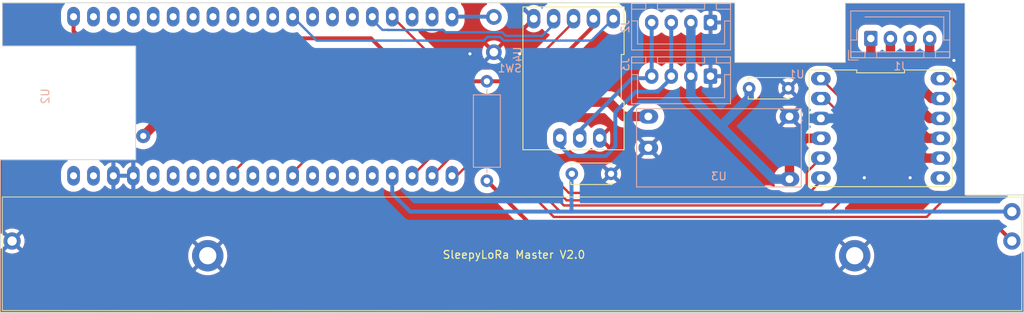
<source format=kicad_pcb>
(kicad_pcb (version 20221018) (generator pcbnew)
  (layers (0 "F.Cu" signal) (31 "B.Cu" signal) (34 "B.Paste" user) (35 "F.Paste" user) (36 "B.SilkS" user "B.Silkscreen") (37 "F.SilkS" user "F.Silkscreen") (38 "B.Mask" user) (39 "F.Mask" user) (44 "Edge.Cuts" user))
  (net 0 "")
  (net 1 "/Pot_wiper")
  (net 11 "/B")
  (net 27 "/GND")
  (net 29 "/o1")
  (net 30 "/o2")
  (net 31 "/o3")
  (net 32 "/o4")
  (net 33 "/p1")
  (net 34 "/in4")
  (net 35 "/in3")
  (net 36 "/bat_boost")
  (net 37 "/in2")
  (net 38 "/in1")
  (net 39 "/eep")
  (net 40 "/vbat")
  (net 43 "/3v3")
  (net 45 "/A")
  (net 46 "/EN")
  (net 47 "/TXD")
  (net 48 "/RXD")
  (net 49 "/btn")
  (footprint "Capacitor_THT:C_Disc_D5.0mm_W2.5mm_P5.00mm" (layer "F.Cu") (at 154.726 87.884)
    (fp_text reference "C2" hide)
    (fp_text value "C" hide)
    (fp_line (start -0.12 -1.37) (end -0.12 -1.055) (stroke (width 0.12)) (layer "F.SilkS"))
    (fp_line (start -0.12 -1.37) (end 5.12 -1.37) (stroke (width 0.12)) (layer "F.SilkS"))
    (fp_line (start -0.12 1.055) (end -0.12 1.37) (stroke (width 0.12)) (layer "F.SilkS"))
    (fp_line (start -0.12 1.37) (end 5.12 1.37) (stroke (width 0.12)) (layer "F.SilkS"))
    (fp_line (start 5.12 -1.37) (end 5.12 -1.055) (stroke (width 0.12)) (layer "F.SilkS"))
    (fp_line (start 5.12 1.055) (end 5.12 1.37) (stroke (width 0.12)) (layer "F.SilkS"))
    (pad "1" thru_hole circle (at 0 0) (size 1.6 1.6) (drill 0.8) (layers "*.Cu" "*.Mask") (net 36 "/bat_boost"))
    (pad "2" thru_hole circle (at 5 0) (size 1.6 1.6) (drill 0.8) (layers "*.Cu" "*.Mask") (net 27 "/GND"))
  )
  (footprint "Capacitor_THT:C_Disc_D5.0mm_W2.5mm_P5.00mm" (layer "F.Cu") (at 132.12 98.806)
    (fp_text reference "C1" hide)
    (fp_text value "C" hide)
    (fp_line (start -0.12 -1.37) (end -0.12 -1.055) (stroke (width 0.12)) (layer "F.SilkS"))
    (fp_line (start -0.12 -1.37) (end 5.12 -1.37) (stroke (width 0.12)) (layer "F.SilkS"))
    (fp_line (start -0.12 1.055) (end -0.12 1.37) (stroke (width 0.12)) (layer "F.SilkS"))
    (fp_line (start -0.12 1.37) (end 5.12 1.37) (stroke (width 0.12)) (layer "F.SilkS"))
    (fp_line (start 5.12 -1.37) (end 5.12 -1.055) (stroke (width 0.12)) (layer "F.SilkS"))
    (fp_line (start 5.12 1.055) (end 5.12 1.37) (stroke (width 0.12)) (layer "F.SilkS"))
    (pad "1" thru_hole circle (at 0 0) (size 1.6 1.6) (drill 0.8) (layers "*.Cu" "*.Mask") (net 1 "/Pot_wiper"))
    (pad "2" thru_hole circle (at 5 0) (size 1.6 1.6) (drill 0.8) (layers "*.Cu" "*.Mask") (net 27 "/GND"))
  )
  (footprint "Heltec:RS485_3v3_module" (layer "F.Cu") (at 132.334 86.614 180)
    (fp_text reference "U4" (at 7.112 3.048 -90) (layer "B.SilkS") (effects (justify mirror)))
    (fp_text value "~")
    (fp_line (start -6.45 -9.12) (end -6.45 -3.04) (stroke (width 0.12)) (layer "F.SilkS"))
    (fp_line (start -6.45 -3.04) (end -6.09 -3.04) (stroke (width 0.12)) (layer "F.SilkS"))
    (fp_line (start -6.45 3.04) (end -6.45 9.12) (stroke (width 0.12)) (layer "F.SilkS"))
    (fp_line (start -6.45 9.12) (end 6.45 9.12) (stroke (width 0.12)) (layer "F.SilkS"))
    (fp_line (start -6.09 -3.04) (end -6.09 3.04) (stroke (width 0.12)) (layer "F.SilkS"))
    (fp_line (start -6.09 3.04) (end -6.45 3.04) (stroke (width 0.12)) (layer "F.SilkS"))
    (fp_line (start 6.45 -9.12) (end -6.45 -9.12) (stroke (width 0.12)) (layer "F.SilkS"))
    (fp_line (start 6.45 9.12) (end 6.45 -9.12) (stroke (width 0.12)) (layer "F.SilkS"))
    (pad "1" thru_hole oval (at -5.08 7.62 180) (size 1.7 2.5) (drill 1) (layers "*.Cu" "*.Mask") (net 46 "/EN"))
    (pad "2" thru_hole oval (at -2.54 7.62 180) (size 1.7 2.5) (drill 1) (layers "*.Cu" "*.Mask") (net 43 "/3v3"))
    (pad "3" thru_hole oval (at 0 7.62 180) (size 1.7 2.5) (drill 1) (layers "*.Cu" "*.Mask") (net 48 "/RXD"))
    (pad "4" thru_hole oval (at 2.54 7.62 180) (size 1.7 2.5) (drill 1) (layers "*.Cu" "*.Mask") (net 47 "/TXD"))
    (pad "5" thru_hole oval (at 5.08 7.62 180) (size 1.7 2.5) (drill 1) (layers "*.Cu" "*.Mask") (net 27 "/GND"))
    (pad "6" thru_hole oval (at -3.34 -7.62 180) (size 1.7 2.5) (drill 1) (layers "*.Cu" "*.Mask") (net 27 "/GND"))
    (pad "7" thru_hole oval (at -0.8 -7.62 180) (size 1.7 2.5) (drill 1) (layers "*.Cu" "*.Mask") (net 45 "/A"))
    (pad "8" thru_hole oval (at 1.74 -7.62 180) (size 1.7 2.5) (drill 1) (layers "*.Cu" "*.Mask") (net 11 "/B"))
  )
  (footprint "Heltec:drv8833_module" (layer "F.Cu") (at 171.5 93 -90)
    (fp_text reference "U1" (at -6.894 10.718 -180) (layer "B.SilkS") (effects (justify mirror)))
    (fp_text value "~")
    (fp_line (start -7.45 -3.04) (end -7.09 -3.04) (stroke (width 0.12)) (layer "F.SilkS"))
    (fp_line (start -7.45 3.039999) (end -7.45 9.12) (stroke (width 0.12)) (layer "F.SilkS"))
    (fp_line (start -7.45 9.12) (end 7.449999 9.12) (stroke (width 0.12)) (layer "F.SilkS"))
    (fp_line (start -7.449999 -9.12) (end -7.45 -3.04) (stroke (width 0.12)) (layer "F.SilkS"))
    (fp_line (start -7.09 -3.04) (end -7.09 3.039999) (stroke (width 0.12)) (layer "F.SilkS"))
    (fp_line (start -7.09 3.039999) (end -7.45 3.039999) (stroke (width 0.12)) (layer "F.SilkS"))
    (fp_line (start 7.449999 9.12) (end 7.45 -9.12) (stroke (width 0.12)) (layer "F.SilkS"))
    (fp_line (start 7.45 -9.12) (end -7.449999 -9.12) (stroke (width 0.12)) (layer "F.SilkS"))
    (pad "1" thru_hole oval (at -6.35 7.62 270) (size 1.7 2.5) (drill 1) (layers "*.Cu" "*.Mask") (net 34 "/in4"))
    (pad "2" thru_hole oval (at -3.81 7.62 270) (size 1.7 2.5) (drill 1) (layers "*.Cu" "*.Mask") (net 35 "/in3"))
    (pad "3" thru_hole oval (at -1.27 7.62 270) (size 1.7 2.5) (drill 1) (layers "*.Cu" "*.Mask") (net 27 "/GND"))
    (pad "4" thru_hole oval (at 1.27 7.62 270) (size 1.7 2.5) (drill 1) (layers "*.Cu" "*.Mask") (net 36 "/bat_boost"))
    (pad "5" thru_hole oval (at 3.81 7.62 270) (size 1.7 2.5) (drill 1) (layers "*.Cu" "*.Mask") (net 37 "/in2"))
    (pad "6" thru_hole oval (at 6.35 7.62 270) (size 1.7 2.5) (drill 1) (layers "*.Cu" "*.Mask") (net 38 "/in1"))
    (pad "7" thru_hole oval (at 6.35 -7.62 270) (size 1.7 2.5) (drill 1) (layers "*.Cu" "*.Mask"))
    (pad "8" thru_hole oval (at 3.81 -7.62 270) (size 1.7 2.5) (drill 1) (layers "*.Cu" "*.Mask") (net 32 "/o4"))
    (pad "9" thru_hole oval (at 1.27 -7.62 270) (size 1.7 2.5) (drill 1) (layers "*.Cu" "*.Mask") (net 31 "/o3"))
    (pad "10" thru_hole oval (at -1.27 -7.62 270) (size 1.7 2.5) (drill 1) (layers "*.Cu" "*.Mask") (net 30 "/o2"))
    (pad "11" thru_hole oval (at -3.81 -7.62 270) (size 1.7 2.5) (drill 1) (layers "*.Cu" "*.Mask") (net 29 "/o1"))
    (pad "12" thru_hole oval (at -6.35 -7.62 270) (size 1.7 2.5) (drill 1) (layers "*.Cu" "*.Mask") (net 39 "/eep"))
  )
  (footprint "Heltec:linear_pot_128mm" (layer "F.Cu") (at 124.49 109.27)
    (fp_text reference "RV1" hide)
    (fp_text value "R_Potentiometer" hide)
    (fp_line (start -65 -7.5) (end -65 7) (stroke (width 0.1)) (layer "F.SilkS"))
    (fp_line (start -65 7) (end 65 7) (stroke (width 0.1)) (layer "F.SilkS"))
    (fp_line (start 65 -7.5) (end -65 -7.5) (stroke (width 0.1)) (layer "F.SilkS"))
    (fp_line (start 65 7) (end 65 -7.5) (stroke (width 0.1)) (layer "F.SilkS"))
    (pad "1" thru_hole circle (at 63.75 -1.875) (size 2.2 2.2) (drill 1.2) (layers "*.Cu" "*.Mask") (net 33 "/p1"))
    (pad "2" thru_hole circle (at 63.75 -5.625) (size 2.2 2.2) (drill 1.2) (layers "*.Cu" "*.Mask") (net 1 "/Pot_wiper"))
    (pad "3" thru_hole circle (at -63.75 -1.875) (size 2.2 2.2) (drill 1.2) (layers "*.Cu" "*.Mask") (net 27 "/GND"))
    (pad "4" thru_hole circle (at -38.8 0) (size 4 4) (drill 2.2) (layers "*.Cu" "*.Mask") (net 27 "/GND"))
    (pad "5" thru_hole circle (at 43.7 0) (size 4 4) (drill 2.2) (layers "*.Cu" "*.Mask") (net 27 "/GND"))
  )
  (footprint "Connector_JST:JST_XH_B4B-XH-AM_1x04_P2.50mm_Vertical" (layer "B.Cu") (at 170.25 81.525)
    (fp_text reference "J1" (at 3.75 3.55 180) (layer "B.SilkS") (effects (justify mirror)))
    (fp_text value "Conn_01x04_Socket" hide)
    (fp_line (start -2.85 2.75) (end -2.85 1.5) (stroke (width 0.12)) (layer "B.SilkS"))
    (fp_line (start -2.56 -3.51) (end 10.06 -3.51) (stroke (width 0.12)) (layer "B.SilkS"))
    (fp_line (start -2.56 2.46) (end -2.56 -3.51) (stroke (width 0.12)) (layer "B.SilkS"))
    (fp_line (start -2.55 0.2) (end -1.8 0.2) (stroke (width 0.12)) (layer "B.SilkS"))
    (fp_line (start -2.55 1.7) (end -0.75 1.7) (stroke (width 0.12)) (layer "B.SilkS"))
    (fp_line (start -2.55 2.45) (end -2.55 1.7) (stroke (width 0.12)) (layer "B.SilkS"))
    (fp_line (start -1.8 0.2) (end -1.8 -1.14) (stroke (width 0.12)) (layer "B.SilkS"))
    (fp_line (start -1.6 2.75) (end -2.85 2.75) (stroke (width 0.12)) (layer "B.SilkS"))
    (fp_line (start -0.75 1.7) (end -0.75 2.45) (stroke (width 0.12)) (layer "B.SilkS"))
    (fp_line (start -0.75 2.45) (end -2.55 2.45) (stroke (width 0.12)) (layer "B.SilkS"))
    (fp_line (start 0.75 1.7) (end 6.75 1.7) (stroke (width 0.12)) (layer "B.SilkS"))
    (fp_line (start 0.75 2.45) (end 0.75 1.7) (stroke (width 0.12)) (layer "B.SilkS"))
    (fp_line (start 3.75 -2.75) (end -0.74 -2.75) (stroke (width 0.12)) (layer "B.SilkS"))
    (fp_line (start 6.75 1.7) (end 6.75 2.45) (stroke (width 0.12)) (layer "B.SilkS"))
    (fp_line (start 6.75 2.45) (end 0.75 2.45) (stroke (width 0.12)) (layer "B.SilkS"))
    (fp_line (start 8.25 1.7) (end 10.05 1.7) (stroke (width 0.12)) (layer "B.SilkS"))
    (fp_line (start 8.25 2.45) (end 8.25 1.7) (stroke (width 0.12)) (layer "B.SilkS"))
    (fp_line (start 9.3 -2.75) (end 3.75 -2.75) (stroke (width 0.12)) (layer "B.SilkS"))
    (fp_line (start 9.3 0.2) (end 9.3 -2.75) (stroke (width 0.12)) (layer "B.SilkS"))
    (fp_line (start 10.05 0.2) (end 9.3 0.2) (stroke (width 0.12)) (layer "B.SilkS"))
    (fp_line (start 10.05 1.7) (end 10.05 2.45) (stroke (width 0.12)) (layer "B.SilkS"))
    (fp_line (start 10.05 2.45) (end 8.25 2.45) (stroke (width 0.12)) (layer "B.SilkS"))
    (fp_line (start 10.06 -3.51) (end 10.06 2.46) (stroke (width 0.12)) (layer "B.SilkS"))
    (fp_line (start 10.06 2.46) (end -2.56 2.46) (stroke (width 0.12)) (layer "B.SilkS"))
    (pad "1" thru_hole roundrect (at 0 0) (size 1.7 1.95) (drill 0.95) (layers "*.Cu" "*.Mask") (roundrect_rratio 0.1470588235) (net 32 "/o4"))
    (pad "2" thru_hole oval (at 2.5 0) (size 1.7 1.95) (drill 0.95) (layers "*.Cu" "*.Mask") (net 31 "/o3"))
    (pad "3" thru_hole oval (at 5 0) (size 1.7 1.95) (drill 0.95) (layers "*.Cu" "*.Mask") (net 30 "/o2"))
    (pad "4" thru_hole oval (at 7.5 0) (size 1.7 1.95) (drill 0.95) (layers "*.Cu" "*.Mask") (net 29 "/o1"))
  )
  (footprint "Resistor_THT:R_Axial_DIN0309_L9.0mm_D3.2mm_P12.70mm_Horizontal" (layer "B.Cu") (at 121.285 99.695 90)
    (fp_text reference "R1" hide)
    (fp_text value "10K" hide)
    (fp_line (start 1.04 0) (end 1.73 0) (stroke (width 0.12)) (layer "B.SilkS"))
    (fp_line (start 1.73 -1.72) (end 10.97 -1.72) (stroke (width 0.12)) (layer "B.SilkS"))
    (fp_line (start 1.73 1.72) (end 1.73 -1.72) (stroke (width 0.12)) (layer "B.SilkS"))
    (fp_line (start 10.97 -1.72) (end 10.97 1.72) (stroke (width 0.12)) (layer "B.SilkS"))
    (fp_line (start 10.97 1.72) (end 1.73 1.72) (stroke (width 0.12)) (layer "B.SilkS"))
    (fp_line (start 11.66 0) (end 10.97 0) (stroke (width 0.12)) (layer "B.SilkS"))
    (pad "1" thru_hole circle (at 0 0 90) (size 1.6 1.6) (drill 0.8) (layers "*.Cu" "*.Mask") (net 33 "/p1"))
    (pad "2" thru_hole oval (at 12.7 0 90) (size 1.6 1.6) (drill 0.8) (layers "*.Cu" "*.Mask") (net 43 "/3v3"))
  )
  (footprint "Heltec:WSL" (layer "B.Cu") (at 92.71 88.9)
    (fp_text reference "U2" (at -27.73 0 90) (layer "B.SilkS") (effects (justify mirror)))
    (fp_text value "~")
    (pad "1" thru_hole oval (at -24.13 -10.16) (size 1.6 2.5) (drill 0.9) (layers "*.Cu" "*.Mask") (net 43 "/3v3"))
    (pad "2" thru_hole oval (at -21.59 -10.16) (size 1.6 2.5) (drill 0.9) (layers "*.Cu" "*.Mask"))
    (pad "3" thru_hole oval (at -19.05 -10.16) (size 1.6 2.5) (drill 0.9) (layers "*.Cu" "*.Mask"))
    (pad "4" thru_hole oval (at -16.51 -10.16) (size 1.6 2.5) (drill 0.9) (layers "*.Cu" "*.Mask"))
    (pad "5" thru_hole oval (at -13.97 -10.16) (size 1.6 2.5) (drill 0.9) (layers "*.Cu" "*.Mask"))
    (pad "6" thru_hole oval (at -11.43 -10.16) (size 1.6 2.5) (drill 0.9) (layers "*.Cu" "*.Mask"))
    (pad "7" thru_hole oval (at -8.89 -10.16) (size 1.6 2.5) (drill 0.9) (layers "*.Cu" "*.Mask"))
    (pad "8" thru_hole oval (at -6.35 -10.16) (size 1.6 2.5) (drill 0.9) (layers "*.Cu" "*.Mask"))
    (pad "9" thru_hole oval (at -3.81 -10.16) (size 1.6 2.5) (drill 0.9) (layers "*.Cu" "*.Mask"))
    (pad "10" thru_hole oval (at -1.27 -10.16) (size 1.6 2.5) (drill 0.9) (layers "*.Cu" "*.Mask"))
    (pad "11" thru_hole oval (at 1.27 -10.16) (size 1.6 2.5) (drill 0.9) (layers "*.Cu" "*.Mask"))
    (pad "12" thru_hole oval (at 3.81 -10.16) (size 1.6 2.5) (drill 0.9) (layers "*.Cu" "*.Mask") (net 46 "/EN"))
    (pad "13" thru_hole oval (at 6.35 -10.16) (size 1.6 2.5) (drill 0.9) (layers "*.Cu" "*.Mask"))
    (pad "14" thru_hole oval (at 8.89 -10.16) (size 1.6 2.5) (drill 0.9) (layers "*.Cu" "*.Mask"))
    (pad "15" thru_hole oval (at 11.43 -10.16) (size 1.6 2.5) (drill 0.9) (layers "*.Cu" "*.Mask"))
    (pad "16" thru_hole oval (at 13.97 -10.16) (size 1.6 2.5) (drill 0.9) (layers "*.Cu" "*.Mask") (net 47 "/TXD"))
    (pad "17" thru_hole oval (at 16.51 -10.16) (size 1.6 2.5) (drill 0.9) (layers "*.Cu" "*.Mask") (net 48 "/RXD"))
    (pad "18" thru_hole oval (at 19.05 -10.16) (size 1.6 2.5) (drill 0.9) (layers "*.Cu" "*.Mask"))
    (pad "19" thru_hole oval (at 21.59 -10.16) (size 1.6 2.5) (drill 0.9) (layers "*.Cu" "*.Mask"))
    (pad "20" thru_hole oval (at 24.13 -10.16) (size 1.6 2.5) (drill 0.9) (layers "*.Cu" "*.Mask") (net 49 "/btn"))
    (pad "21" thru_hole oval (at 24.13 10.16) (size 1.6 2.5) (drill 0.9) (layers "*.Cu" "*.Mask") (net 39 "/eep"))
    (pad "22" thru_hole oval (at 21.59 10.16) (size 1.6 2.5) (drill 0.9) (layers "*.Cu" "*.Mask") (net 34 "/in4"))
    (pad "23" thru_hole oval (at 19.05 10.16) (size 1.6 2.5) (drill 0.9) (layers "*.Cu" "*.Mask") (net 35 "/in3"))
    (pad "24" thru_hole oval (at 16.51 10.16) (size 1.6 2.5) (drill 0.9) (layers "*.Cu" "*.Mask") (net 1 "/Pot_wiper"))
    (pad "25" thru_hole oval (at 13.97 10.16) (size 1.6 2.5) (drill 0.9) (layers "*.Cu" "*.Mask"))
    (pad "26" thru_hole oval (at 11.43 10.16) (size 1.6 2.5) (drill 0.9) (layers "*.Cu" "*.Mask"))
    (pad "27" thru_hole oval (at 8.89 10.16) (size 1.6 2.5) (drill 0.9) (layers "*.Cu" "*.Mask"))
    (pad "28" thru_hole oval (at 6.35 10.16) (size 1.6 2.5) (drill 0.9) (layers "*.Cu" "*.Mask"))
    (pad "29" thru_hole oval (at 3.81 10.16) (size 1.6 2.5) (drill 0.9) (layers "*.Cu" "*.Mask") (net 38 "/in1"))
    (pad "30" thru_hole oval (at 1.27 10.16) (size 1.6 2.5) (drill 0.9) (layers "*.Cu" "*.Mask"))
    (pad "31" thru_hole oval (at -1.27 10.16) (size 1.6 2.5) (drill 0.9) (layers "*.Cu" "*.Mask"))
    (pad "32" thru_hole oval (at -3.81 10.16) (size 1.6 2.5) (drill 0.9) (layers "*.Cu" "*.Mask") (net 37 "/in2"))
    (pad "33" thru_hole oval (at -6.35 10.16) (size 1.6 2.5) (drill 0.9) (layers "*.Cu" "*.Mask"))
    (pad "34" thru_hole oval (at -8.89 10.16) (size 1.6 2.5) (drill 0.9) (layers "*.Cu" "*.Mask"))
    (pad "35" thru_hole oval (at -11.43 10.16) (size 1.6 2.5) (drill 0.9) (layers "*.Cu" "*.Mask"))
    (pad "36" thru_hole oval (at -13.97 10.16) (size 1.6 2.5) (drill 0.9) (layers "*.Cu" "*.Mask"))
    (pad "37" thru_hole oval (at -16.51 10.16) (size 1.6 2.5) (drill 0.9) (layers "*.Cu" "*.Mask") (net 27 "/GND"))
    (pad "38" thru_hole oval (at -19.05 10.16) (size 1.6 2.5) (drill 0.9) (layers "*.Cu" "*.Mask") (net 27 "/GND"))
    (pad "39" thru_hole oval (at -21.59 10.16) (size 1.6 2.5) (drill 0.9) (layers "*.Cu" "*.Mask"))
    (pad "40" thru_hole oval (at -24.13 10.16) (size 1.6 2.5) (drill 0.9) (layers "*.Cu" "*.Mask"))
    (pad "41" thru_hole circle (at -15.24 5.08) (size 1.8 1.8) (drill 0.8) (layers "*.Cu" "*.Mask") (net 40 "/vbat"))
  )
  (footprint "Heltec:SW_PUSH_6mm_H4.3mm" (layer "B.Cu") (at 122.174 83.276)
    (fp_text reference "SW1" (at 2.032 2.068) (layer "B.SilkS") (effects (justify mirror)))
    (fp_text value "SW_Omron_B3FS" hide)
    (pad "1" thru_hole circle (at 0 0 270) (size 2 2) (drill 1.1) (layers "*.Cu" "*.Mask") (net 27 "/GND"))
    (pad "2" thru_hole circle (at 0 -4.5 270) (size 2 2) (drill 1.1) (layers "*.Cu" "*.Mask") (net 49 "/btn"))
  )
  (footprint "Connector_JST:JST_XH_B4B-XH-A_1x04_P2.50mm_Vertical" (layer "B.Cu") (at 149.8 86.343 180)
    (fp_text reference "J3" (at 10.862 1.507 90) (layer "B.SilkS") (effects (justify mirror)))
    (fp_text value "Conn_01x04_Socket" hide)
    (fp_line (start -2.56 -3.51) (end 10.06 -3.51) (stroke (width 0.12)) (layer "B.SilkS"))
    (fp_line (start -2.56 2.46) (end -2.56 -3.51) (stroke (width 0.12)) (layer "B.SilkS"))
    (fp_line (start -2.55 0.2) (end -1.8 0.2) (stroke (width 0.12)) (layer "B.SilkS"))
    (fp_line (start -2.55 1.7) (end -0.75 1.7) (stroke (width 0.12)) (layer "B.SilkS"))
    (fp_line (start -2.55 2.45) (end -2.55 1.7) (stroke (width 0.12)) (layer "B.SilkS"))
    (fp_line (start -1.8 -2.75) (end 3.75 -2.75) (stroke (width 0.12)) (layer "B.SilkS"))
    (fp_line (start -1.8 0.2) (end -1.8 -2.75) (stroke (width 0.12)) (layer "B.SilkS"))
    (fp_line (start -0.75 1.7) (end -0.75 2.45) (stroke (width 0.12)) (layer "B.SilkS"))
    (fp_line (start -0.75 2.45) (end -2.55 2.45) (stroke (width 0.12)) (layer "B.SilkS"))
    (fp_line (start 0.75 1.7) (end 6.75 1.7) (stroke (width 0.12)) (layer "B.SilkS"))
    (fp_line (start 0.75 2.45) (end 0.75 1.7) (stroke (width 0.12)) (layer "B.SilkS"))
    (fp_line (start 6.75 1.7) (end 6.75 2.45) (stroke (width 0.12)) (layer "B.SilkS"))
    (fp_line (start 6.75 2.45) (end 0.75 2.45) (stroke (width 0.12)) (layer "B.SilkS"))
    (fp_line (start 8.25 1.7) (end 10.05 1.7) (stroke (width 0.12)) (layer "B.SilkS"))
    (fp_line (start 8.25 2.45) (end 8.25 1.7) (stroke (width 0.12)) (layer "B.SilkS"))
    (fp_line (start 9.3 -2.75) (end 3.75 -2.75) (stroke (width 0.12)) (layer "B.SilkS"))
    (fp_line (start 9.3 0.2) (end 9.3 -2.75) (stroke (width 0.12)) (layer "B.SilkS"))
    (fp_line (start 10.05 0.2) (end 9.3 0.2) (stroke (width 0.12)) (layer "B.SilkS"))
    (fp_line (start 10.05 1.7) (end 10.05 2.45) (stroke (width 0.12)) (layer "B.SilkS"))
    (fp_line (start 10.05 2.45) (end 8.25 2.45) (stroke (width 0.12)) (layer "B.SilkS"))
    (fp_line (start 10.06 -3.51) (end 10.06 2.46) (stroke (width 0.12)) (layer "B.SilkS"))
    (fp_line (start 10.06 2.46) (end -2.56 2.46) (stroke (width 0.12)) (layer "B.SilkS"))
    (pad "1" thru_hole roundrect (at 0 0 180) (size 1.7 1.95) (drill 0.95) (layers "*.Cu" "*.Mask") (roundrect_rratio 0.1470588235) (net 27 "/GND"))
    (pad "2" thru_hole oval (at 2.5 0 180) (size 1.7 1.95) (drill 0.95) (layers "*.Cu" "*.Mask") (net 36 "/bat_boost"))
    (pad "3" thru_hole oval (at 5 0 180) (size 1.7 1.95) (drill 0.95) (layers "*.Cu" "*.Mask") (net 11 "/B"))
    (pad "4" thru_hole oval (at 7.5 0 180) (size 1.7 1.95) (drill 0.95) (layers "*.Cu" "*.Mask") (net 45 "/A"))
  )
  (footprint "Heltec:Boost_module" (layer "B.Cu") (at 150.876 94.488 90)
    (fp_text reference "U3" (at -4.64 0) (layer "B.SilkS") (effects (justify mirror)))
    (fp_text value "~")
    (fp_line (start -6 -10.5) (end 4 -10.5) (stroke (width 0.12)) (layer "B.SilkS"))
    (fp_line (start -6 10.5) (end -6 -10.5) (stroke (width 0.12)) (layer "B.SilkS"))
    (fp_line (start 4 -10.5) (end 4 10.5) (stroke (width 0.12)) (layer "B.SilkS"))
    (fp_line (start 4 10.5) (end -6 10.5) (stroke (width 0.12)) (layer "B.SilkS"))
    (pad "1" thru_hole oval (at 3 -9 90) (size 1.8 2.5) (drill 1) (layers "*.Cu" "*.Mask") (net 40 "/vbat"))
    (pad "2" thru_hole oval (at -5 9 90) (size 1.8 2.5) (drill 1) (layers "*.Cu" "*.Mask") (net 36 "/bat_boost"))
    (pad "3" thru_hole oval (at -1 -9 90) (size 1.8 2.5) (drill 1) (layers "*.Cu" "*.Mask") (net 27 "/GND"))
    (pad "4" thru_hole oval (at 3 9 90) (size 1.8 2.5) (drill 1) (layers "*.Cu" "*.Mask") (net 27 "/GND"))
  )
  (footprint "Connector_JST:JST_XH_B4B-XH-A_1x04_P2.50mm_Vertical" (layer "B.Cu") (at 149.8 79.485 180)
    (fp_text reference "J2" (at 10.862 -0.525 90) (layer "B.SilkS") (effects (justify mirror)))
    (fp_text value "Conn_01x04_Socket" hide)
    (fp_line (start -2.56 -3.51) (end 10.06 -3.51) (stroke (width 0.12)) (layer "B.SilkS"))
    (fp_line (start -2.56 2.46) (end -2.56 -3.51) (stroke (width 0.12)) (layer "B.SilkS"))
    (fp_line (start -2.55 0.2) (end -1.8 0.2) (stroke (width 0.12)) (layer "B.SilkS"))
    (fp_line (start -2.55 1.7) (end -0.75 1.7) (stroke (width 0.12)) (layer "B.SilkS"))
    (fp_line (start -2.55 2.45) (end -2.55 1.7) (stroke (width 0.12)) (layer "B.SilkS"))
    (fp_line (start -1.8 -2.75) (end 3.75 -2.75) (stroke (width 0.12)) (layer "B.SilkS"))
    (fp_line (start -1.8 0.2) (end -1.8 -2.75) (stroke (width 0.12)) (layer "B.SilkS"))
    (fp_line (start -0.75 1.7) (end -0.75 2.45) (stroke (width 0.12)) (layer "B.SilkS"))
    (fp_line (start -0.75 2.45) (end -2.55 2.45) (stroke (width 0.12)) (layer "B.SilkS"))
    (fp_line (start 0.75 1.7) (end 6.75 1.7) (stroke (width 0.12)) (layer "B.SilkS"))
    (fp_line (start 0.75 2.45) (end 0.75 1.7) (stroke (width 0.12)) (layer "B.SilkS"))
    (fp_line (start 6.75 1.7) (end 6.75 2.45) (stroke (width 0.12)) (layer "B.SilkS"))
    (fp_line (start 6.75 2.45) (end 0.75 2.45) (stroke (width 0.12)) (layer "B.SilkS"))
    (fp_line (start 8.25 1.7) (end 10.05 1.7) (stroke (width 0.12)) (layer "B.SilkS"))
    (fp_line (start 8.25 2.45) (end 8.25 1.7) (stroke (width 0.12)) (layer "B.SilkS"))
    (fp_line (start 9.3 -2.75) (end 3.75 -2.75) (stroke (width 0.12)) (layer "B.SilkS"))
    (fp_line (start 9.3 0.2) (end 9.3 -2.75) (stroke (width 0.12)) (layer "B.SilkS"))
    (fp_line (start 10.05 0.2) (end 9.3 0.2) (stroke (width 0.12)) (layer "B.SilkS"))
    (fp_line (start 10.05 1.7) (end 10.05 2.45) (stroke (width 0.12)) (layer "B.SilkS"))
    (fp_line (start 10.05 2.45) (end 8.25 2.45) (stroke (width 0.12)) (layer "B.SilkS"))
    (fp_line (start 10.06 -3.51) (end 10.06 2.46) (stroke (width 0.12)) (layer "B.SilkS"))
    (fp_line (start 10.06 2.46) (end -2.56 2.46) (stroke (width 0.12)) (layer "B.SilkS"))
    (pad "1" thru_hole roundrect (at 0 0 180) (size 1.7 1.95) (drill 0.95) (layers "*.Cu" "*.Mask") (roundrect_rratio 0.1470588235) (net 27 "/GND"))
    (pad "2" thru_hole oval (at 2.5 0 180) (size 1.7 1.95) (drill 0.95) (layers "*.Cu" "*.Mask") (net 36 "/bat_boost"))
    (pad "3" thru_hole oval (at 5 0 180) (size 1.7 1.95) (drill 0.95) (layers "*.Cu" "*.Mask") (net 11 "/B"))
    (pad "4" thru_hole oval (at 7.5 0 180) (size 1.7 1.95) (drill 0.95) (layers "*.Cu" "*.Mask") (net 45 "/A"))
  )
  (gr_line (start 182.25 77) (end 180.5 77) (stroke (width 0.1)) (layer "Edge.Cuts"))
  (gr_line (start 59.5 82.5) (end 76.5 82.5) (stroke (width 0.1)) (layer "Edge.Cuts"))
  (gr_line (start 167 84.582) (end 167 77) (stroke (width 0.1)) (layer "Edge.Cuts"))
  (gr_line (start 76.5 97) (end 59.25 97) (stroke (width 0.1)) (layer "Edge.Cuts"))
  (gr_line (start 180.5 77) (end 167 77) (stroke (width 0.1)) (layer "Edge.Cuts"))
  (gr_line (start 152.908 76.962) (end 152.908 84.582) (stroke (width 0.1)) (layer "Edge.Cuts"))
  (gr_line (start 152.908 76.962) (end 59.5 76.962) (stroke (width 0.1)) (layer "Edge.Cuts"))
  (gr_line (start 76.5 82.5) (end 76.5 97) (stroke (width 0.1)) (layer "Edge.Cuts"))
  (gr_line (start 189.75 116.5) (end 189.75 101.5) (stroke (width 0.1)) (layer "Edge.Cuts"))
  (gr_line (start 182.25 101.5) (end 182.25 77) (stroke (width 0.1)) (layer "Edge.Cuts"))
  (gr_line (start 152.908 84.582) (end 167 84.582) (stroke (width 0.1)) (layer "Edge.Cuts"))
  (gr_line (start 189.75 101.5) (end 182.25 101.5) (stroke (width 0.1)) (layer "Edge.Cuts"))
  (gr_line (start 59.5 76.962) (end 59.5 82.5) (stroke (width 0.1)) (layer "Edge.Cuts"))
  (gr_line (start 59.25 116.5) (end 189.75 116.5) (stroke (width 0.1)) (layer "Edge.Cuts"))
  (gr_line (start 59.25 97) (end 59.25 116.5) (stroke (width 0.1)) (layer "Edge.Cuts"))
  (gr_text "SleepyLoRa Master V2.0" (at 115.57 109.728) (layer "F.SilkS") (effects (font (size 1 1)) (justify left bottom)))
  (segment (start 109.22 98.425) (end 109.22 99.06) (width 0.5) (layer "F.Cu") (net 1))
  (segment (start 111.506 103.632) (end 132.08 103.632) (width 0.5) (layer "B.Cu") (net 1))
  (segment (start 109.22 101.346) (end 111.506 103.632) (width 0.5) (layer "B.Cu") (net 1))
  (segment (start 109.22 99.06) (end 109.22 101.346) (width 0.5) (layer "B.Cu") (net 1))
  (segment (start 132.08 98.806) (end 132.08 103.632) (width 0.5) (layer "B.Cu") (net 1))
  (segment (start 132.12 98.806) (end 132.08 98.806) (width 0.5) (layer "B.Cu") (net 1))
  (segment (start 132.08 103.632) (end 188.227 103.632) (width 0.5) (layer "B.Cu") (net 1))
  (segment (start 188.227 103.632) (end 188.24 103.645) (width 0.5) (layer "B.Cu") (net 1))
  (segment (start 130.594 95.184) (end 131.944 96.534) (width 0.5) (layer "B.Cu") (net 11))
  (segment (start 130.594 94.234) (end 130.594 95.184) (width 0.5) (layer "B.Cu") (net 11))
  (segment (start 143.075 88.322) (end 144.8 86.597) (width 0.5) (layer "B.Cu") (net 11))
  (segment (start 140.278 88.322) (end 143.075 88.322) (width 0.5) (layer "B.Cu") (net 11))
  (segment (start 131.944 96.534) (end 136.461006 96.534) (width 0.5) (layer "B.Cu") (net 11))
  (segment (start 137.668 90.932) (end 140.278 88.322) (width 0.5) (layer "B.Cu") (net 11))
  (segment (start 137.668 95.327006) (end 137.668 90.932) (width 0.5) (layer "B.Cu") (net 11))
  (segment (start 144.8 86.597) (end 144.8 79.739) (width 0.5) (layer "B.Cu") (net 11))
  (segment (start 136.461006 96.534) (end 137.668 95.327006) (width 0.5) (layer "B.Cu") (net 11))
  (segment (start 73.752933 99.06) (end 73.66 99.06) (width 0.25) (layer "F.Cu") (net 27))
  (segment (start 73.66 99.06) (end 73.66 99.46) (width 0.25) (layer "F.Cu") (net 27))
  (via (at 119.126 83.484) (size 0.8) (drill 0.4) (layers "F.Cu" "B.Cu") (net 27))
  (via (at 169.418 99.314) (size 0.8) (drill 0.4) (layers "F.Cu" "B.Cu") (net 27))
  (via (at 180.848 84.328) (size 0.8) (drill 0.4) (layers "F.Cu" "B.Cu") (net 27))
  (via (at 175.26 99.314) (size 0.8) (drill 0.4) (layers "F.Cu" "B.Cu") (net 27))
  (via (at 125.476 83.484) (size 0.8) (drill 0.4) (layers "F.Cu" "B.Cu") (net 27))
  (segment (start 163.88 91.73) (end 168.874 91.73) (width 1.2) (layer "B.Cu") (net 27))
  (segment (start 163.88 91.73) (end 162.052 91.73) (width 1.2) (layer "B.Cu") (net 27))
  (segment (start 163.866 91.73) (end 163.83 91.694) (width 1.2) (layer "B.Cu") (net 27))
  (segment (start 163.88 91.73) (end 163.866 91.73) (width 1.2) (layer "B.Cu") (net 27))
  (segment (start 176.47 87.651572) (end 178.008428 89.19) (width 1.2) (layer "F.Cu") (net 29))
  (segment (start 177.75 84.378) (end 176.47 85.658) (width 1.2) (layer "F.Cu") (net 29))
  (segment (start 178.008428 89.19) (end 179.12 89.19) (width 1.2) (layer "F.Cu") (net 29))
  (segment (start 177.75 81.525) (end 177.75 84.378) (width 1.2) (layer "F.Cu") (net 29))
  (segment (start 176.47 85.658) (end 176.47 87.651572) (width 1.2) (layer "F.Cu") (net 29))
  (segment (start 175.25 81.525) (end 175.25 84.049572) (width 1.2) (layer "F.Cu") (net 30))
  (segment (start 174.47 88.48) (end 177.72 91.73) (width 1.2) (layer "F.Cu") (net 30))
  (segment (start 175.25 84.049572) (end 174.47 84.829572) (width 1.2) (layer "F.Cu") (net 30))
  (segment (start 174.47 84.829572) (end 174.47 88.48) (width 1.2) (layer "F.Cu") (net 30))
  (segment (start 177.72 91.73) (end 179.12 91.73) (width 1.2) (layer "F.Cu") (net 30))
  (segment (start 172.75 83.781166) (end 172.47 84.061166) (width 1.2) (layer "F.Cu") (net 31))
  (segment (start 177.431572 94.27) (end 179.12 94.27) (width 1.2) (layer "F.Cu") (net 31))
  (segment (start 172.47 84.061166) (end 172.47 89.308428) (width 1.2) (layer "F.Cu") (net 31))
  (segment (start 172.47 89.308428) (end 177.431572 94.27) (width 1.2) (layer "F.Cu") (net 31))
  (segment (start 172.75 81.525) (end 172.75 83.781166) (width 1.2) (layer "F.Cu") (net 31))
  (segment (start 170.25 81.525) (end 170.25 89.916855) (width 1.2) (layer "F.Cu") (net 32))
  (segment (start 177.143145 96.81) (end 179.12 96.81) (width 1.2) (layer "F.Cu") (net 32))
  (segment (start 170.25 89.916855) (end 177.143145 96.81) (width 1.2) (layer "F.Cu") (net 32))
  (segment (start 188.24 107.395) (end 186.509 105.664) (width 0.5) (layer "F.Cu") (net 33))
  (segment (start 186.509 105.664) (end 127.254 105.664) (width 0.5) (layer "F.Cu") (net 33))
  (segment (start 127.254 105.664) (end 121.285 99.695) (width 0.5) (layer "F.Cu") (net 33))
  (segment (start 165.1 103.65) (end 167.132 101.618) (width 0.3) (layer "F.Cu") (net 34))
  (segment (start 123.445 96.445) (end 130.65 103.65) (width 0.3) (layer "F.Cu") (net 34))
  (segment (start 114.3 99.06) (end 116.915 96.445) (width 0.3) (layer "F.Cu") (net 34))
  (segment (start 167.132 89.902) (end 163.88 86.65) (width 0.3) (layer "F.Cu") (net 34))
  (segment (start 130.65 103.65) (end 165.1 103.65) (width 0.3) (layer "F.Cu") (net 34))
  (segment (start 116.915 96.445) (end 123.445 96.445) (width 0.3) (layer "F.Cu") (net 34))
  (segment (start 167.132 101.618) (end 167.132 89.902) (width 0.3) (layer "F.Cu") (net 34))
  (segment (start 111.76 99.06) (end 115.07 95.75) (width 0.3) (layer "F.Cu") (net 35))
  (segment (start 166.25 91.06) (end 164.38 89.19) (width 0.3) (layer "F.Cu") (net 35))
  (segment (start 166.25 100.5) (end 166.25 91.06) (width 0.3) (layer "F.Cu") (net 35))
  (segment (start 115.07 95.75) (end 124 95.75) (width 0.3) (layer "F.Cu") (net 35))
  (segment (start 131.1 102.85) (end 163.9 102.85) (width 0.3) (layer "F.Cu") (net 35))
  (segment (start 164.38 89.19) (end 163.88 89.19) (width 0.3) (layer "F.Cu") (net 35))
  (segment (start 163.9 102.85) (end 166.25 100.5) (width 0.3) (layer "F.Cu") (net 35))
  (segment (start 124 95.75) (end 131.1 102.85) (width 0.3) (layer "F.Cu") (net 35))
  (segment (start 159.876 99.488) (end 159.876 96.324) (width 1.2) (layer "F.Cu") (net 36))
  (segment (start 159.876 96.324) (end 161.93 94.27) (width 1.2) (layer "F.Cu") (net 36))
  (segment (start 161.93 94.27) (end 163.88 94.27) (width 1.2) (layer "F.Cu") (net 36))
  (segment (start 157.873 99.488) (end 159.876 99.488) (width 1.2) (layer "B.Cu") (net 36))
  (segment (start 147.3 79.739) (end 147.3 86.597) (width 1.2) (layer "B.Cu") (net 36))
  (segment (start 154.726 87.884) (end 154.726 89.114) (width 1.2) (layer "B.Cu") (net 36))
  (segment (start 147.3 86.597) (end 147.3 88.915) (width 1.2) (layer "B.Cu") (net 36))
  (segment (start 151.1125 92.7275) (end 157.873 99.488) (width 1.2) (layer "B.Cu") (net 36))
  (segment (start 147.3 88.915) (end 151.1125 92.7275) (width 1.2) (layer "B.Cu") (net 36))
  (segment (start 154.726 89.114) (end 151.1125 92.7275) (width 1.2) (layer "B.Cu") (net 36))
  (segment (start 88.9 99.06) (end 88.9 98.66) (width 0.3) (layer "F.Cu") (net 37))
  (segment (start 162.076 98.614) (end 163.88 96.81) (width 0.3) (layer "F.Cu") (net 37))
  (segment (start 93.515003 94.044997) (end 123.625304 94.045) (width 0.3) (layer "F.Cu") (net 37))
  (segment (start 123.625304 94.045) (end 123.625307 94.044997) (width 0.3) (layer "F.Cu") (net 37))
  (segment (start 123.625307 94.044997) (end 124.544997 94.044997) (width 0.3) (layer "F.Cu") (net 37))
  (segment (start 131.75 101.25) (end 157.283705 101.25) (width 0.3) (layer "F.Cu") (net 37))
  (segment (start 157.283705 101.25) (end 157.633705 101.6) (width 0.3) (layer "F.Cu") (net 37))
  (segment (start 157.633705 101.6) (end 161.036 101.6) (width 0.3) (layer "F.Cu") (net 37))
  (segment (start 162.076 100.56) (end 162.076 98.614) (width 0.3) (layer "F.Cu") (net 37))
  (segment (start 124.544997 94.044997) (end 131.75 101.25) (width 0.3) (layer "F.Cu") (net 37))
  (segment (start 161.036 101.6) (end 162.076 100.56) (width 0.3) (layer "F.Cu") (net 37))
  (segment (start 88.9 98.66) (end 93.515003 94.044997) (width 0.3) (layer "F.Cu") (net 37))
  (segment (start 131.45 102.2) (end 161.43 102.2) (width 0.3) (layer "F.Cu") (net 38))
  (segment (start 96.52 98.66) (end 100.335002 94.844998) (width 0.3) (layer "F.Cu") (net 38))
  (segment (start 100.335002 94.844998) (end 124.094998 94.844998) (width 0.3) (layer "F.Cu") (net 38))
  (segment (start 161.43 102.2) (end 163.88 99.75) (width 0.3) (layer "F.Cu") (net 38))
  (segment (start 163.88 99.75) (end 163.88 99.35) (width 0.3) (layer "F.Cu") (net 38))
  (segment (start 124.094998 94.844998) (end 131.45 102.2) (width 0.3) (layer "F.Cu") (net 38))
  (segment (start 96.52 99.06) (end 96.52 98.66) (width 0.3) (layer "F.Cu") (net 38))
  (segment (start 177.366 104.32) (end 181.356 100.33) (width 0.3) (layer "F.Cu") (net 39))
  (segment (start 117.44 99.06) (end 119.255 97.245) (width 0.3) (layer "F.Cu") (net 39))
  (segment (start 119.255 97.245) (end 122.745 97.245) (width 0.3) (layer "F.Cu") (net 39))
  (segment (start 129.82 104.32) (end 177.366 104.32) (width 0.3) (layer "F.Cu") (net 39))
  (segment (start 122.745 97.245) (end 129.82 104.32) (width 0.3) (layer "F.Cu") (net 39))
  (segment (start 181.356 100.33) (end 181.356 87.356) (width 0.3) (layer "F.Cu") (net 39))
  (segment (start 181.356 87.356) (end 180.65 86.65) (width 0.3) (layer "F.Cu") (net 39))
  (segment (start 180.65 86.65) (end 179.12 86.65) (width 0.3) (layer "F.Cu") (net 39))
  (segment (start 116.84 99.06) (end 117.44 99.06) (width 0.3) (layer "F.Cu") (net 39))
  (segment (start 138.732 91.488) (end 136.906 89.662) (width 1.2) (layer "F.Cu") (net 40))
  (segment (start 141.876 91.488) (end 138.732 91.488) (width 1.2) (layer "F.Cu") (net 40))
  (segment (start 136.906 89.662) (end 81.788 89.662) (width 1.2) (layer "F.Cu") (net 40))
  (segment (start 81.788 89.662) (end 77.47 93.98) (width 1.2) (layer "F.Cu") (net 40))
  (segment (start 68.58 80.58) (end 68.58 78.74) (width 0.5) (layer "F.Cu") (net 43))
  (segment (start 68.58 78.74) (end 68.58 79.14) (width 0.5) (layer "F.Cu") (net 43))
  (segment (start 121.285 86.995) (end 111.995 86.995) (width 0.5) (layer "F.Cu") (net 43))
  (segment (start 121.285 86.995) (end 127.823 86.995) (width 0.5) (layer "F.Cu") (net 43))
  (segment (start 134.874 79.944) (end 134.874 78.994) (width 0.5) (layer "F.Cu") (net 43))
  (segment (start 127.823 86.995) (end 134.874 79.944) (width 0.5) (layer "F.Cu") (net 43))
  (segment (start 111.995 86.995) (end 106.5 81.5) (width 0.5) (layer "F.Cu") (net 43))
  (segment (start 69.5 81.5) (end 68.58 80.58) (width 0.5) (layer "F.Cu") (net 43))
  (segment (start 106.5 81.5) (end 69.5 81.5) (width 0.5) (layer "F.Cu") (net 43))
  (segment (start 133.134 94.234) (end 133.134 93.284) (width 0.5) (layer "B.Cu") (net 45))
  (segment (start 142.3 79.739) (end 142.3 86.597) (width 0.5) (layer "B.Cu") (net 45))
  (segment (start 133.134 93.284) (end 139.821 86.597) (width 0.5) (layer "B.Cu") (net 45))
  (segment (start 139.821 86.597) (end 142.3 86.597) (width 0.5) (layer "B.Cu") (net 45))
  (segment (start 121.366283 81.326) (end 122.981717 81.326) (width 0.3) (layer "B.Cu") (net 46))
  (segment (start 120.898283 81.794) (end 121.366283 81.326) (width 0.3) (layer "B.Cu") (net 46))
  (segment (start 99.574 81.794) (end 120.898283 81.794) (width 0.3) (layer "B.Cu") (net 46))
  (segment (start 134.614 81.794) (end 137.414 78.994) (width 0.3) (layer "B.Cu") (net 46))
  (segment (start 122.981717 81.326) (end 123.449717 81.794) (width 0.3) (layer "B.Cu") (net 46))
  (segment (start 123.449717 81.794) (end 134.614 81.794) (width 0.3) (layer "B.Cu") (net 46))
  (segment (start 96.52 78.74) (end 99.574 81.794) (width 0.3) (layer "B.Cu") (net 46))
  (segment (start 123.230245 80.726) (end 123.698245 81.194) (width 0.3) (layer "B.Cu") (net 47))
  (segment (start 123.698245 81.194) (end 128.344 81.194) (width 0.3) (layer "B.Cu") (net 47))
  (segment (start 106.68 78.74) (end 106.68 79.14) (width 0.3) (layer "B.Cu") (net 47))
  (segment (start 106.68 79.14) (end 107.966 80.426) (width 0.3) (layer "B.Cu") (net 47))
  (segment (start 107.966 80.426) (end 108.688233 80.426) (width 0.3) (layer "B.Cu") (net 47))
  (segment (start 108.688233 80.426) (end 108.702233 80.44) (width 0.3) (layer "B.Cu") (net 47))
  (segment (start 128.344 81.194) (end 129.794 79.744) (width 0.3) (layer "B.Cu") (net 47))
  (segment (start 115.746 80.44) (end 116.032 80.726) (width 0.3) (layer "B.Cu") (net 47))
  (segment (start 116.032 80.726) (end 123.230245 80.726) (width 0.3) (layer "B.Cu") (net 47))
  (segment (start 129.794 79.744) (end 129.794 78.994) (width 0.3) (layer "B.Cu") (net 47))
  (segment (start 108.702233 80.44) (end 115.746 80.44) (width 0.3) (layer "B.Cu") (net 47))
  (segment (start 126.423208 85.344) (end 115.824 85.344) (width 0.3) (layer "F.Cu") (net 48))
  (segment (start 132.334 78.994) (end 132.334 79.433208) (width 0.3) (layer "F.Cu") (net 48))
  (segment (start 115.824 85.344) (end 109.22 78.74) (width 0.3) (layer "F.Cu") (net 48))
  (segment (start 132.334 79.433208) (end 126.423208 85.344) (width 0.3) (layer "F.Cu") (net 48))
  (segment (start 122.138 78.74) (end 122.174 78.776) (width 0.25) (layer "B.Cu") (net 49))
  (segment (start 116.84 78.74) (end 122.138 78.74) (width 0.5) (layer "B.Cu") (net 49))
  (zone (net 27) (net_name "/GND") (layer "F.Cu") (connect_pads (clearance 0.8)) (min_thickness 0.3) (fill yes (thermal_gap 0.5) (thermal_bridge_width 0.5))
    (polygon (pts (xy 59.436 76.962) (xy 59.5 82.5) (xy 76.5 82.5) (xy 76.5 97) (xy 59.25 97) (xy 59.25 116.5) (xy 189.75 116.5) (xy 189.75 101.5) (xy 182.25 101.5) (xy 182.25 77) (xy 167 77) (xy 167 84.582) (xy 152.908 84.582) (xy 152.908 76.962)))
  )
  (zone (net 27) (net_name "/GND") (layer "B.Cu") (priority 1) (connect_pads (clearance 0.8)) (min_thickness 0.25) (fill yes (thermal_gap 0.5) (thermal_bridge_width 0.5))
    (polygon (pts (xy 152.908 84.582) (xy 166.878 84.582) (xy 166.878 76.962) (xy 182.372 76.962) (xy 182.372 101.6) (xy 189.738 101.6) (xy 189.738 116.586) (xy 59.436 116.332) (xy 59.436 76.962) (xy 152.908 76.962)))
  )
)
</source>
